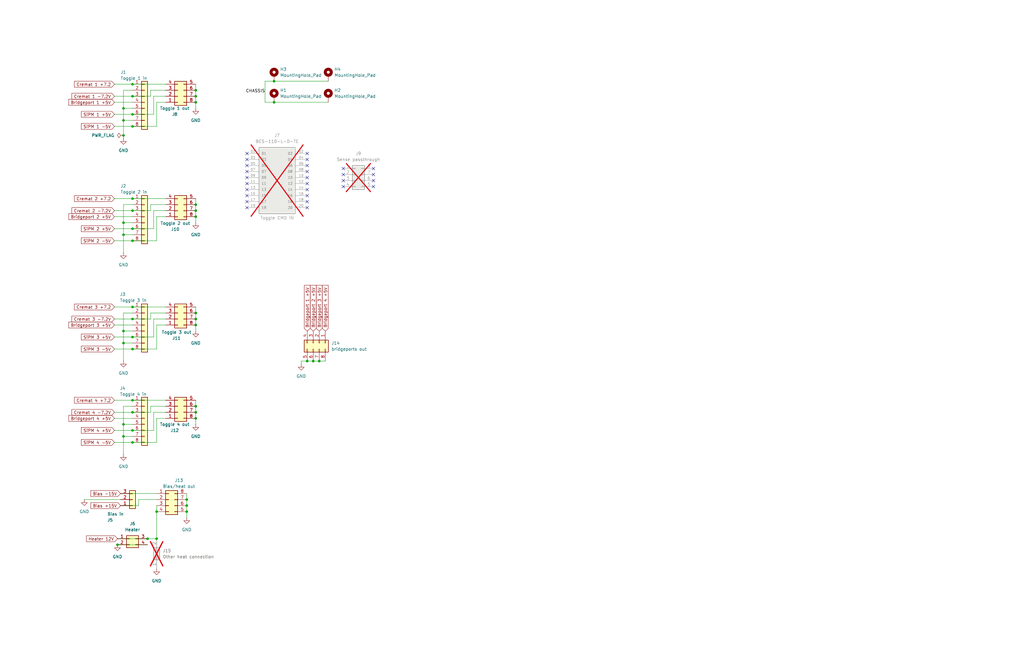
<source format=kicad_sch>
(kicad_sch (version 20250114) (generator "eeschema") (generator_version "9.0")
  (paper "USLedger")
  (lib_symbols
    (symbol "Connector_Generic:Conn_01x03" (pin_names (offset 1.016) (hide yes))
      (property "Reference" "J" (at 0 5.08 0))
      (property "Value" "Conn_01x03" (at 0 -5.08 0))
      (symbol "Conn_01x03_1_1"
        (rectangle (start -1.27 3.81) (end 1.27 -3.81) (stroke (width 0.254)) (fill (type background)))
        (rectangle (start -1.27 2.667) (end 0 2.413) (stroke (width 0.1524)))
        (rectangle (start -1.27 0.127) (end 0 -0.127) (stroke (width 0.1524)))
        (rectangle (start -1.27 -2.413) (end 0 -2.667) (stroke (width 0.1524)))
        (pin passive line (at -5.08 2.54 0) (length 3.81) (name "Pin_1") (number "1"))
        (pin passive line (at -5.08 0 0) (length 3.81) (name "Pin_2") (number "2"))
        (pin passive line (at -5.08 -2.54 0) (length 3.81) (name "Pin_3") (number "3"))
      )
    )
    (symbol "Connector_Generic:Conn_01x08" (pin_names (offset 1.016) (hide yes))
      (property "Reference" "J" (at 0 10.16 0))
      (property "Value" "Conn_01x08" (at 0 -12.7 0))
      (symbol "Conn_01x08_1_1"
        (rectangle (start -1.27 8.89) (end 1.27 -11.43) (stroke (width 0.254)) (fill (type background)))
        (rectangle (start -1.27 7.747) (end 0 7.493) (stroke (width 0.1524)))
        (rectangle (start -1.27 5.207) (end 0 4.953) (stroke (width 0.1524)))
        (rectangle (start -1.27 2.667) (end 0 2.413) (stroke (width 0.1524)))
        (rectangle (start -1.27 0.127) (end 0 -0.127) (stroke (width 0.1524)))
        (rectangle (start -1.27 -2.413) (end 0 -2.667) (stroke (width 0.1524)))
        (rectangle (start -1.27 -4.953) (end 0 -5.207) (stroke (width 0.1524)))
        (rectangle (start -1.27 -7.493) (end 0 -7.747) (stroke (width 0.1524)))
        (rectangle (start -1.27 -10.033) (end 0 -10.287) (stroke (width 0.1524)))
        (pin passive line (at -5.08 7.62 0) (length 3.81) (name "Pin_1") (number "1"))
        (pin passive line (at -5.08 5.08 0) (length 3.81) (name "Pin_2") (number "2"))
        (pin passive line (at -5.08 2.54 0) (length 3.81) (name "Pin_3") (number "3"))
        (pin passive line (at -5.08 0 0) (length 3.81) (name "Pin_4") (number "4"))
        (pin passive line (at -5.08 -2.54 0) (length 3.81) (name "Pin_5") (number "5"))
        (pin passive line (at -5.08 -5.08 0) (length 3.81) (name "Pin_6") (number "6"))
        (pin passive line (at -5.08 -7.62 0) (length 3.81) (name "Pin_7") (number "7"))
        (pin passive line (at -5.08 -10.16 0) (length 3.81) (name "Pin_8") (number "8"))
      )
    )
    (symbol "Connector_Generic:Conn_02x01" (pin_names (offset 1.016) (hide yes))
      (property "Reference" "J" (at 1.27 2.54 0))
      (property "Value" "Conn_02x01" (at 1.27 -2.54 0))
      (symbol "Conn_02x01_1_1"
        (rectangle (start -1.27 1.27) (end 3.81 -1.27) (stroke (width 0.254)) (fill (type background)))
        (rectangle (start -1.27 0.127) (end 0 -0.127) (stroke (width 0.1524)))
        (rectangle (start 3.81 0.127) (end 2.54 -0.127) (stroke (width 0.1524)))
        (pin passive line (at -5.08 0 0) (length 3.81) (name "Pin_1") (number "1"))
        (pin passive line (at 7.62 0 180) (length 3.81) (name "Pin_2") (number "2"))
      )
    )
    (symbol "Connector_Generic:Conn_02x02_Top_Bottom" (pin_names (offset 1.016) (hide yes))
      (property "Reference" "J" (at 1.27 2.54 0))
      (property "Value" "Conn_02x02_Top_Bottom" (at 1.27 -5.08 0))
      (symbol "Conn_02x02_Top_Bottom_1_1"
        (rectangle (start -1.27 1.27) (end 3.81 -3.81) (stroke (width 0.254)) (fill (type background)))
        (rectangle (start -1.27 0.127) (end 0 -0.127) (stroke (width 0.1524)))
        (rectangle (start -1.27 -2.413) (end 0 -2.667) (stroke (width 0.1524)))
        (rectangle (start 3.81 0.127) (end 2.54 -0.127) (stroke (width 0.1524)))
        (rectangle (start 3.81 -2.413) (end 2.54 -2.667) (stroke (width 0.1524)))
        (pin passive line (at -5.08 0 0) (length 3.81) (name "Pin_1") (number "1"))
        (pin passive line (at -5.08 -2.54 0) (length 3.81) (name "Pin_2") (number "2"))
        (pin passive line (at 7.62 0 180) (length 3.81) (name "Pin_3") (number "3"))
        (pin passive line (at 7.62 -2.54 180) (length 3.81) (name "Pin_4") (number "4"))
      )
    )
    (symbol "Connector_Generic:Conn_02x04_Counter_Clockwise" (pin_names (offset 1.016) (hide yes))
      (property "Reference" "J" (at 1.27 5.08 0))
      (property "Value" "Conn_02x04_Counter_Clockwise" (at 1.27 -7.62 0))
      (symbol "Conn_02x04_Counter_Clockwise_1_1"
        (rectangle (start -1.27 3.81) (end 3.81 -6.35) (stroke (width 0.254)) (fill (type background)))
        (rectangle (start -1.27 2.667) (end 0 2.413) (stroke (width 0.1524)))
        (rectangle (start -1.27 0.127) (end 0 -0.127) (stroke (width 0.1524)))
        (rectangle (start -1.27 -2.413) (end 0 -2.667) (stroke (width 0.1524)))
        (rectangle (start -1.27 -4.953) (end 0 -5.207) (stroke (width 0.1524)))
        (rectangle (start 3.81 2.667) (end 2.54 2.413) (stroke (width 0.1524)))
        (rectangle (start 3.81 0.127) (end 2.54 -0.127) (stroke (width 0.1524)))
        (rectangle (start 3.81 -2.413) (end 2.54 -2.667) (stroke (width 0.1524)))
        (rectangle (start 3.81 -4.953) (end 2.54 -5.207) (stroke (width 0.1524)))
        (pin passive line (at -5.08 2.54 0) (length 3.81) (name "Pin_1") (number "1"))
        (pin passive line (at -5.08 0 0) (length 3.81) (name "Pin_2") (number "2"))
        (pin passive line (at -5.08 -2.54 0) (length 3.81) (name "Pin_3") (number "3"))
        (pin passive line (at -5.08 -5.08 0) (length 3.81) (name "Pin_4") (number "4"))
        (pin passive line (at 7.62 2.54 180) (length 3.81) (name "Pin_8") (number "8"))
        (pin passive line (at 7.62 0 180) (length 3.81) (name "Pin_7") (number "7"))
        (pin passive line (at 7.62 -2.54 180) (length 3.81) (name "Pin_6") (number "6"))
        (pin passive line (at 7.62 -5.08 180) (length 3.81) (name "Pin_5") (number "5"))
      )
    )
    (symbol "IMPISH Toggles Library:BCS-110-L-D-TE" (pin_names (offset 1.016))
      (property "Reference" "J" (at -8.12 15.24 0))
      (property "Value" "BCS-110-L-D-TE" (at -7.62 -15.24 0))
      (symbol "BCS-110-L-D-TE_0_0"
        (rectangle (start -7.62 -12.7) (end 7.62 15.24) (stroke (width 0.254)) (fill (type background)))
        (pin passive line (at -12.7 12.7 0) (length 5.08) (name "01") (number "01"))
        (pin passive line (at -12.7 10.16 0) (length 5.08) (name "03") (number "03"))
        (pin passive line (at -12.7 7.62 0) (length 5.08) (name "05") (number "05"))
        (pin passive line (at -12.7 5.08 0) (length 5.08) (name "07") (number "07"))
        (pin passive line (at -12.7 2.54 0) (length 5.08) (name "09") (number "09"))
        (pin passive line (at -12.7 0 0) (length 5.08) (name "11") (number "11"))
        (pin passive line (at -12.7 -2.54 0) (length 5.08) (name "13") (number "13"))
        (pin passive line (at -12.7 -5.08 0) (length 5.08) (name "15") (number "15"))
        (pin passive line (at -12.7 -7.62 0) (length 5.08) (name "17") (number "17"))
        (pin passive line (at -12.7 -10.16 0) (length 5.08) (name "19") (number "19"))
        (pin passive line (at 12.7 12.7 180) (length 5.08) (name "02") (number "02"))
        (pin passive line (at 12.7 10.16 180) (length 5.08) (name "04") (number "04"))
        (pin passive line (at 12.7 7.62 180) (length 5.08) (name "06") (number "06"))
        (pin passive line (at 12.7 5.08 180) (length 5.08) (name "08") (number "08"))
        (pin passive line (at 12.7 2.54 180) (length 5.08) (name "10") (number "10"))
        (pin passive line (at 12.7 0 180) (length 5.08) (name "12") (number "12"))
        (pin passive line (at 12.7 -2.54 180) (length 5.08) (name "14") (number "14"))
        (pin passive line (at 12.7 -5.08 180) (length 5.08) (name "16") (number "16"))
        (pin passive line (at 12.7 -7.62 180) (length 5.08) (name "18") (number "18"))
        (pin passive line (at 12.7 -10.16 180) (length 5.08) (name "20") (number "20"))
      )
    )
    (symbol "MountingHole_Pad_1" (pin_numbers (hide yes)) (pin_names (offset 1.016) (hide yes)) (in_bom no)
      (property "Reference" "H1" (at 2.54 2.5401 0))
      (property "Value" "MountingHole_Pad" (at 2.54 0.0001 0))
      (symbol "MountingHole_Pad_1_0_1"
        (circle (center 0 1.27) (radius 1.27) (stroke (width 1.27)))
      )
      (symbol "MountingHole_Pad_1_1_1"
        (pin passive line (at 0 -2.54 90) (length 2.54) (name "1") (number "1"))
      )
    )
    (symbol "power:GND" (power) (pin_numbers (hide yes)) (pin_names (offset 0) (hide yes))
      (property "Value" "GND" (at 0 -3.81 0))
      (symbol "GND_0_1"
        (polyline (pts (xy 0 0) (xy 0 -1.27) (xy 1.27 -1.27) (xy 0 -2.54) (xy -1.27 -1.27) (xy 0 -1.27)))
      )
      (symbol "GND_1_1"
        (pin power_in line (at 0 0 270) (length 0) (name "~") (number "1"))
      )
    )
    (symbol "power:PWR_FLAG" (power) (pin_numbers (hide yes)) (pin_names (offset 0) (hide yes))
      (property "Value" "PWR_FLAG" (at 0 3.81 0))
      (symbol "PWR_FLAG_0_0"
        (pin power_out line (at 0 0 90) (length 0) (name "~") (number "1"))
      )
      (symbol "PWR_FLAG_0_1"
        (polyline (pts (xy 0 0) (xy 0 1.27) (xy -1.016 1.905) (xy 0 2.54) (xy 1.016 1.905) (xy 0 1.27)))
      )
    )
  )
  (junction (at 52.07 45.72))
  (junction (at 52.07 144.78))
  (junction (at 55.88 35.56))
  (junction (at 55.88 88.9))
  (junction (at 115.57 34.29))
  (junction (at 62.23 227.33))
  (junction (at 82.55 134.62))
  (junction (at 82.55 91.44))
  (junction (at 55.88 181.61))
  (junction (at 78.74 213.36))
  (junction (at 55.88 83.82))
  (junction (at 52.07 93.98))
  (junction (at 82.55 173.99))
  (junction (at 82.55 38.1))
  (junction (at 52.07 139.7))
  (junction (at 134.62 152.4))
  (junction (at 55.88 186.69))
  (junction (at 52.07 99.06))
  (junction (at 78.74 210.82))
  (junction (at 55.88 173.99))
  (junction (at 55.88 147.32))
  (junction (at 82.55 176.53))
  (junction (at 55.88 40.64))
  (junction (at 52.07 179.07))
  (junction (at 82.55 88.9))
  (junction (at 52.07 184.15))
  (junction (at 132.08 152.4))
  (junction (at 82.55 40.64))
  (junction (at 55.88 96.52))
  (junction (at 82.55 171.45))
  (junction (at 129.54 152.4))
  (junction (at 55.88 101.6))
  (junction (at 49.53 229.87))
  (junction (at 55.88 48.26))
  (junction (at 66.04 227.33))
  (junction (at 52.07 57.15))
  (junction (at 55.88 129.54))
  (junction (at 78.74 215.9))
  (junction (at 66.04 215.9))
  (junction (at 82.55 86.36))
  (junction (at 52.07 50.8))
  (junction (at 82.55 137.16))
  (junction (at 55.88 53.34))
  (junction (at 55.88 134.62))
  (junction (at 82.55 132.08))
  (junction (at 55.88 142.24))
  (junction (at 82.55 43.18))
  (junction (at 55.88 168.91))
  (junction (at 115.57 43.18))
  (no_connect (at 104.14 82.55))
  (no_connect (at 129.54 80.01))
  (no_connect (at 157.48 73.66))
  (no_connect (at 144.78 76.2))
  (no_connect (at 129.54 77.47))
  (no_connect (at 104.14 64.77))
  (no_connect (at 104.14 69.85))
  (no_connect (at 129.54 85.09))
  (no_connect (at 157.48 71.12))
  (no_connect (at 104.14 77.47))
  (no_connect (at 104.14 87.63))
  (no_connect (at 104.14 80.01))
  (no_connect (at 129.54 74.93))
  (no_connect (at 104.14 67.31))
  (no_connect (at 157.48 78.74))
  (no_connect (at 104.14 85.09))
  (no_connect (at 157.48 76.2))
  (no_connect (at 104.14 74.93))
  (no_connect (at 104.14 72.39))
  (no_connect (at 129.54 69.85))
  (no_connect (at 129.54 87.63))
  (no_connect (at 129.54 82.55))
  (no_connect (at 129.54 67.31))
  (no_connect (at 129.54 72.39))
  (no_connect (at 144.78 71.12))
  (no_connect (at 144.78 73.66))
  (no_connect (at 129.54 64.77))
  (no_connect (at 144.78 78.74))
  (wire (pts (xy 63.5 171.45) (xy 69.85 171.45)))
  (wire (pts (xy 58.42 213.36) (xy 58.42 210.82)))
  (wire (pts (xy 82.55 129.54) (xy 82.55 132.08)))
  (wire (pts (xy 52.07 38.1) (xy 52.07 45.72)))
  (wire (pts (xy 82.55 173.99) (xy 82.55 176.53)))
  (wire (pts (xy 82.55 88.9) (xy 82.55 91.44)))
  (wire (pts (xy 52.07 139.7) (xy 52.07 144.78)))
  (wire (pts (xy 111.76 43.18) (xy 115.57 43.18)))
  (wire (pts (xy 64.77 173.99) (xy 69.85 173.99)))
  (wire (pts (xy 48.26 129.54) (xy 55.88 129.54)))
  (wire (pts (xy 66.04 227.33) (xy 66.04 215.9)))
  (wire (pts (xy 55.88 48.26) (xy 64.77 48.26)))
  (wire (pts (xy 64.77 88.9) (xy 69.85 88.9)))
  (wire (pts (xy 55.88 186.69) (xy 66.04 186.69)))
  (wire (pts (xy 82.55 86.36) (xy 82.55 88.9)))
  (wire (pts (xy 48.26 186.69) (xy 55.88 186.69)))
  (wire (pts (xy 55.88 101.6) (xy 66.04 101.6)))
  (wire (pts (xy 134.62 152.4) (xy 132.08 152.4)))
  (wire (pts (xy 55.88 173.99) (xy 48.26 173.99)))
  (wire (pts (xy 52.07 38.1) (xy 55.88 38.1)))
  (wire (pts (xy 52.07 139.7) (xy 55.88 139.7)))
  (wire (pts (xy 127 152.4) (xy 127 153.67)))
  (wire (pts (xy 63.5 132.08) (xy 69.85 132.08)))
  (wire (pts (xy 62.23 227.33) (xy 66.04 227.33)))
  (wire (pts (xy 111.76 43.18) (xy 111.76 34.29)))
  (wire (pts (xy 52.07 99.06) (xy 52.07 106.68)))
  (wire (pts (xy 48.26 53.34) (xy 55.88 53.34)))
  (wire (pts (xy 132.08 152.4) (xy 129.54 152.4)))
  (wire (pts (xy 48.26 43.18) (xy 55.88 43.18)))
  (wire (pts (xy 82.55 38.1) (xy 82.55 40.64)))
  (wire (pts (xy 48.26 134.62) (xy 55.88 134.62)))
  (wire (pts (xy 52.07 45.72) (xy 55.88 45.72)))
  (wire (pts (xy 82.55 40.64) (xy 82.55 43.18)))
  (wire (pts (xy 52.07 99.06) (xy 55.88 99.06)))
  (wire (pts (xy 66.04 215.9) (xy 66.04 213.36)))
  (wire (pts (xy 82.55 35.56) (xy 82.55 38.1)))
  (wire (pts (xy 78.74 210.82) (xy 78.74 213.36)))
  (wire (pts (xy 55.88 40.64) (xy 63.5 40.64)))
  (wire (pts (xy 66.04 137.16) (xy 66.04 147.32)))
  (wire (pts (xy 64.77 134.62) (xy 69.85 134.62)))
  (wire (pts (xy 52.07 93.98) (xy 52.07 99.06)))
  (wire (pts (xy 78.74 208.28) (xy 78.74 210.82)))
  (wire (pts (xy 52.07 171.45) (xy 52.07 179.07)))
  (wire (pts (xy 50.8 213.36) (xy 58.42 213.36)))
  (wire (pts (xy 50.8 210.82) (xy 35.56 210.82)))
  (wire (pts (xy 55.88 129.54) (xy 69.85 129.54)))
  (wire (pts (xy 66.04 91.44) (xy 66.04 101.6)))
  (wire (pts (xy 66.04 176.53) (xy 66.04 186.69)))
  (wire (pts (xy 52.07 144.78) (xy 55.88 144.78)))
  (wire (pts (xy 48.26 35.56) (xy 55.88 35.56)))
  (wire (pts (xy 137.16 152.4) (xy 134.62 152.4)))
  (wire (pts (xy 64.77 96.52) (xy 64.77 88.9)))
  (wire (pts (xy 82.55 132.08) (xy 82.55 134.62)))
  (wire (pts (xy 52.07 86.36) (xy 55.88 86.36)))
  (wire (pts (xy 48.26 96.52) (xy 55.88 96.52)))
  (wire (pts (xy 55.88 88.9) (xy 63.5 88.9)))
  (wire (pts (xy 49.53 227.33) (xy 62.23 227.33)))
  (wire (pts (xy 52.07 132.08) (xy 52.07 139.7)))
  (wire (pts (xy 66.04 176.53) (xy 69.85 176.53)))
  (wire (pts (xy 55.88 181.61) (xy 64.77 181.61)))
  (wire (pts (xy 66.04 43.18) (xy 66.04 53.34)))
  (wire (pts (xy 52.07 184.15) (xy 52.07 191.77)))
  (wire (pts (xy 48.26 101.6) (xy 55.88 101.6)))
  (wire (pts (xy 115.57 34.29) (xy 138.43 34.29)))
  (wire (pts (xy 64.77 40.64) (xy 69.85 40.64)))
  (wire (pts (xy 82.55 171.45) (xy 82.55 173.99)))
  (wire (pts (xy 55.88 96.52) (xy 64.77 96.52)))
  (wire (pts (xy 63.5 132.08) (xy 63.5 134.62)))
  (wire (pts (xy 115.57 43.18) (xy 138.43 43.18)))
  (wire (pts (xy 82.55 137.16) (xy 82.55 139.7)))
  (wire (pts (xy 48.26 40.64) (xy 55.88 40.64)))
  (wire (pts (xy 55.88 134.62) (xy 63.5 134.62)))
  (wire (pts (xy 129.54 152.4) (xy 127 152.4)))
  (wire (pts (xy 82.55 168.91) (xy 82.55 171.45)))
  (wire (pts (xy 48.26 83.82) (xy 55.88 83.82)))
  (wire (pts (xy 82.55 91.44) (xy 82.55 93.98)))
  (wire (pts (xy 63.5 38.1) (xy 69.85 38.1)))
  (wire (pts (xy 48.26 142.24) (xy 55.88 142.24)))
  (wire (pts (xy 55.88 142.24) (xy 64.77 142.24)))
  (wire (pts (xy 55.88 35.56) (xy 69.85 35.56)))
  (wire (pts (xy 48.26 48.26) (xy 55.88 48.26)))
  (wire (pts (xy 52.07 132.08) (xy 55.88 132.08)))
  (wire (pts (xy 55.88 147.32) (xy 66.04 147.32)))
  (wire (pts (xy 52.07 144.78) (xy 52.07 152.4)))
  (wire (pts (xy 64.77 48.26) (xy 64.77 40.64)))
  (wire (pts (xy 63.5 38.1) (xy 63.5 40.64)))
  (wire (pts (xy 48.26 88.9) (xy 55.88 88.9)))
  (wire (pts (xy 48.26 147.32) (xy 55.88 147.32)))
  (wire (pts (xy 78.74 215.9) (xy 78.74 218.44)))
  (wire (pts (xy 52.07 179.07) (xy 52.07 184.15)))
  (wire (pts (xy 63.5 171.45) (xy 63.5 173.99)))
  (wire (pts (xy 55.88 184.15) (xy 52.07 184.15)))
  (wire (pts (xy 55.88 53.34) (xy 66.04 53.34)))
  (wire (pts (xy 66.04 91.44) (xy 69.85 91.44)))
  (wire (pts (xy 78.74 213.36) (xy 78.74 215.9)))
  (wire (pts (xy 52.07 50.8) (xy 55.88 50.8)))
  (wire (pts (xy 82.55 176.53) (xy 82.55 179.07)))
  (wire (pts (xy 55.88 171.45) (xy 52.07 171.45)))
  (wire (pts (xy 55.88 83.82) (xy 69.85 83.82)))
  (wire (pts (xy 52.07 45.72) (xy 52.07 50.8)))
  (wire (pts (xy 82.55 134.62) (xy 82.55 137.16)))
  (wire (pts (xy 50.8 208.28) (xy 66.04 208.28)))
  (wire (pts (xy 52.07 86.36) (xy 52.07 93.98)))
  (wire (pts (xy 48.26 137.16) (xy 55.88 137.16)))
  (wire (pts (xy 52.07 179.07) (xy 55.88 179.07)))
  (wire (pts (xy 63.5 86.36) (xy 69.85 86.36)))
  (wire (pts (xy 64.77 181.61) (xy 64.77 173.99)))
  (wire (pts (xy 49.53 229.87) (xy 62.23 229.87)))
  (wire (pts (xy 63.5 86.36) (xy 63.5 88.9)))
  (wire (pts (xy 48.26 181.61) (xy 55.88 181.61)))
  (wire (pts (xy 82.55 83.82) (xy 82.55 86.36)))
  (wire (pts (xy 58.42 210.82) (xy 66.04 210.82)))
  (wire (pts (xy 52.07 50.8) (xy 52.07 57.15)))
  (wire (pts (xy 64.77 142.24) (xy 64.77 134.62)))
  (wire (pts (xy 66.04 43.18) (xy 69.85 43.18)))
  (wire (pts (xy 48.26 91.44) (xy 55.88 91.44)))
  (wire (pts (xy 55.88 168.91) (xy 48.26 168.91)))
  (wire (pts (xy 55.88 168.91) (xy 69.85 168.91)))
  (wire (pts (xy 55.88 173.99) (xy 63.5 173.99)))
  (wire (pts (xy 66.04 137.16) (xy 69.85 137.16)))
  (wire (pts (xy 111.76 34.29) (xy 115.57 34.29)))
  (wire (pts (xy 82.55 43.18) (xy 82.55 45.72)))
  (wire (pts (xy 52.07 93.98) (xy 55.88 93.98)))
  (wire (pts (xy 52.07 57.15) (xy 52.07 58.42)))
  (wire (pts (xy 48.26 176.53) (xy 55.88 176.53)))
  (label "CHASSIS" (at 111.76 39.37 180))
  (global_label "Cremat 2 -7.2V" (shape input) (at 48.26 88.9 180) (property "Intersheetrefs" "${INTERSHEET_REFS}" (effects (hide yes))))
  (global_label "Cremat 3 +7.2" (shape input) (at 48.26 129.54 180) (property "Intersheetrefs" "${INTERSHEET_REFS}" (effects (hide yes))))
  (global_label "Heater 12V" (shape input) (at 49.53 227.33 180) (property "Intersheetrefs" "${INTERSHEET_REFS}" (effects (hide yes))))
  (global_label "Cremat 1 +7.2" (shape input) (at 48.26 35.56 180) (property "Intersheetrefs" "${INTERSHEET_REFS}" (effects (hide yes))))
  (global_label "Bridgeport 1 +5V" (shape input) (at 129.54 139.7 90) (property "Intersheetrefs" "${INTERSHEET_REFS}" (effects (hide yes))))
  (global_label "Bridgeport 2 +5V" (shape input) (at 48.26 91.44 180) (property "Intersheetrefs" "${INTERSHEET_REFS}" (effects (hide yes))))
  (global_label "Bridgeport 2 +5V" (shape input) (at 132.08 139.7 90) (property "Intersheetrefs" "${INTERSHEET_REFS}" (effects (hide yes))))
  (global_label "Cremat 1 -7.2V" (shape input) (at 48.26 40.64 180) (property "Intersheetrefs" "${INTERSHEET_REFS}" (effects (hide yes))))
  (global_label "SiPM 4 +5V" (shape input) (at 48.26 181.61 180) (property "Intersheetrefs" "SiPM +5V" (effects (hide yes))))
  (global_label "Bridgeport 4 +5V" (shape input) (at 137.16 139.7 90) (property "Intersheetrefs" "${INTERSHEET_REFS}" (effects (hide yes))))
  (global_label "SiPM 1 +5V" (shape input) (at 48.26 48.26 180) (property "Intersheetrefs" "SiPM +5V" (effects (hide yes))))
  (global_label "Bias +15V" (shape input) (at 50.8 213.36 180) (property "Intersheetrefs" "${INTERSHEET_REFS}" (effects (hide yes))))
  (global_label "SiPM 2 -5V" (shape input) (at 48.26 101.6 180) (property "Intersheetrefs" "${INTERSHEET_REFS}" (effects (hide yes))))
  (global_label "Bridgeport 4 +5V" (shape input) (at 48.26 176.53 180) (property "Intersheetrefs" "${INTERSHEET_REFS}" (effects (hide yes))))
  (global_label "Bridgeport 3 +5V" (shape input) (at 134.62 139.7 90) (property "Intersheetrefs" "${INTERSHEET_REFS}" (effects (hide yes))))
  (global_label "SiPM 4 -5V" (shape input) (at 48.26 186.69 180) (property "Intersheetrefs" "${INTERSHEET_REFS}" (effects (hide yes))))
  (global_label "SiPM 3 -5V" (shape input) (at 48.26 147.32 180) (property "Intersheetrefs" "${INTERSHEET_REFS}" (effects (hide yes))))
  (global_label "SiPM 3 +5V" (shape input) (at 48.26 142.24 180) (property "Intersheetrefs" "SiPM +5V" (effects (hide yes))))
  (global_label "Bridgeport 1 +5V" (shape input) (at 48.26 43.18 180) (property "Intersheetrefs" "${INTERSHEET_REFS}" (effects (hide yes))))
  (global_label "SiPM 1 -5V" (shape input) (at 48.26 53.34 180) (property "Intersheetrefs" "${INTERSHEET_REFS}" (effects (hide yes))))
  (global_label "Cremat 2 +7.2" (shape input) (at 48.26 83.82 180) (property "Intersheetrefs" "${INTERSHEET_REFS}" (effects (hide yes))))
  (global_label "SiPM 2 +5V" (shape input) (at 48.26 96.52 180) (property "Intersheetrefs" "SiPM +5V" (effects (hide yes))))
  (global_label "Bias -15V" (shape input) (at 50.8 208.28 180) (property "Intersheetrefs" "${INTERSHEET_REFS}" (effects (hide yes))))
  (global_label "Cremat 4 +7.2" (shape input) (at 48.26 168.91 180) (property "Intersheetrefs" "${INTERSHEET_REFS}" (effects (hide yes))))
  (global_label "Cremat 4 -7.2V" (shape input) (at 48.26 173.99 180) (property "Intersheetrefs" "${INTERSHEET_REFS}" (effects (hide yes))))
  (global_label "Cremat 3 -7.2V" (shape input) (at 48.26 134.62 180) (property "Intersheetrefs" "${INTERSHEET_REFS}" (effects (hide yes))))
  (global_label "Bridgeport 3 +5V" (shape input) (at 48.26 137.16 180) (property "Intersheetrefs" "${INTERSHEET_REFS}" (effects (hide yes))))
  (symbol (lib_name "MountingHole_Pad_1") (lib_id "Mechanical:MountingHole_Pad") (at 115.57 31.75 0) (unit 1) (in_bom no)
    (property "Reference" "H3" (at 118.11 29.2099 0) (effects (justify left)))
    (property "Value" "MountingHole_Pad" (at 118.11 31.7499 0) (effects (justify left)))
    (property "Footprint" "MountingHole:MountingHole_3.2mm_M3_Pad" (effects (hide yes)))
    (property "Description" "Mounting Hole with connection" (effects (hide yes)))
  )
  (symbol (lib_id "Connector_Generic:Conn_01x08") (at 60.96 137.16 0) (unit 1)
    (property "Reference" "J3" (at 50.546 124.206 0) (effects (justify left)))
    (property "Value" "Toggle 3 in" (at 50.546 126.746 0) (effects (justify left)))
    (property "Footprint" "Connector_PinHeader_2.54mm:PinHeader_1x08_P2.54mm_Vertical" (effects (hide yes)))
    (property "Description" "Generic connector, single row, 01x08, script generated (kicad-library-utils/schlib/autogen/connector/)" (effects (hide yes)))
  )
  (symbol (lib_id "Connector_Generic:Conn_02x04_Counter_Clockwise") (at 134.62 144.78 270) (unit 1)
    (property "Reference" "J14" (at 139.7 144.7799 90) (effects (justify left)))
    (property "Value" "bridgeports out" (at 139.7 147.3199 90) (effects (justify left)))
    (property "Footprint" "Library:HARWIN_M80-5L10842MC" (effects (hide yes)))
    (property "Description" "Generic connector, double row, 02x04, counter clockwise pin numbering scheme (similar to DIP package numbering), script generated (kicad-library-utils/schlib/autogen/connector/)" (effects (hide yes)))
  )
  (symbol (lib_id "Connector_Generic:Conn_02x04_Counter_Clockwise") (at 74.93 40.64 0) (mirror x) (unit 1)
    (property "Reference" "J8" (at 73.66 48.26 0))
    (property "Value" "Toggle 1 out" (at 73.66 45.72 0))
    (property "Footprint" "Library:HARWIN_M80-5L10842MC" (effects (hide yes)))
    (property "Description" "Generic connector, double row, 02x04, counter clockwise pin numbering scheme (similar to DIP package numbering), script generated (kicad-library-utils/schlib/autogen/connector/)" (effects (hide yes)))
  )
  (symbol (lib_id "power:GND") (at 52.07 191.77 0) (mirror y) (unit 1)
    (property "Reference" "#PWR04" (effects (hide yes)))
    (property "Value" "GND" (at 52.07 196.85 0))
    (property "Description" "Power symbol creates a global label with name \"GND\" , ground" (effects (hide yes)))
  )
  (symbol (lib_id "Connector_Generic:Conn_02x04_Counter_Clockwise") (at 74.93 88.9 0) (mirror x) (unit 1)
    (property "Reference" "J10" (at 73.914 96.774 0))
    (property "Value" "Toggle 2 out" (at 73.914 94.234 0))
    (property "Footprint" "Library:HARWIN_M80-5L10842MC" (effects (hide yes)))
    (property "Description" "Generic connector, double row, 02x04, counter clockwise pin numbering scheme (similar to DIP package numbering), script generated (kicad-library-utils/schlib/autogen/connector/)" (effects (hide yes)))
  )
  (symbol (lib_id "Connector_Generic:Conn_01x08") (at 60.96 176.53 0) (unit 1)
    (property "Reference" "J4" (at 50.546 163.83 0) (effects (justify left)))
    (property "Value" "Toggle 4 in" (at 50.546 166.37 0) (effects (justify left)))
    (property "Footprint" "Connector_PinHeader_2.54mm:PinHeader_1x08_P2.54mm_Vertical" (effects (hide yes)))
    (property "Description" "Generic connector, single row, 01x08, script generated (kicad-library-utils/schlib/autogen/connector/)" (effects (hide yes)))
  )
  (symbol (lib_id "power:GND") (at 66.04 240.03 0) (unit 1)
    (property "Reference" "#PWR013" (effects (hide yes)))
    (property "Value" "GND" (at 66.04 245.11 0))
    (property "Description" "Power symbol creates a global label with name \"GND\" , ground" (effects (hide yes)))
  )
  (symbol (lib_id "Connector_Generic:Conn_02x04_Counter_Clockwise") (at 74.93 134.62 0) (mirror x) (unit 1)
    (property "Reference" "J11" (at 74.422 142.748 0))
    (property "Value" "Toggle 3 out" (at 74.422 140.208 0))
    (property "Footprint" "Library:HARWIN_M80-5L10842MC" (effects (hide yes)))
    (property "Description" "Generic connector, double row, 02x04, counter clockwise pin numbering scheme (similar to DIP package numbering), script generated (kicad-library-utils/schlib/autogen/connector/)" (effects (hide yes)))
  )
  (symbol (lib_id "IMPISH Toggles Library:BCS-110-L-D-TE") (at 116.84 77.47 0) (unit 1) (dnp yes)
    (property "Reference" "J7" (at 116.84 57.15 0))
    (property "Value" "BCS-110-L-D-TE" (at 116.84 59.69 0))
    (property "Footprint" "IMPISH Toggles Library:SAMTEC_BCS-110-L-D-TE" (effects (hide yes)))
    (property "Description" "Toggle CMD IN" (at 116.84 91.948 0))
    (property "PARTREV" "R" (effects (hide yes)))
    (property "MANUFACTURER" "Samtec" (effects (hide yes)))
    (property "STANDARD" "Manufacturer Recommendations" (effects (hide yes)))
  )
  (symbol (lib_id "Connector_Generic:Conn_02x04_Counter_Clockwise") (at 149.86 73.66 0) (unit 1) (dnp yes)
    (property "Reference" "J9" (at 151.13 64.77 0))
    (property "Value" "Sense passthrough" (at 151.13 67.31 0))
    (property "Footprint" "Connector_PinHeader_2.54mm:PinHeader_2x04_P2.54mm_Vertical" (effects (hide yes)))
    (property "Description" "Generic connector, double row, 02x04, counter clockwise pin numbering scheme (similar to DIP package numbering), script generated (kicad-library-utils/schlib/autogen/connector/)" (effects (hide yes)))
  )
  (symbol (lib_id "Connector_Generic:Conn_01x08") (at 60.96 43.18 0) (unit 1)
    (property "Reference" "J1" (at 50.8 30.48 0) (effects (justify left)))
    (property "Value" "Toggle 1 in" (at 50.8 33.02 0) (effects (justify left)))
    (property "Footprint" "Connector_PinHeader_2.54mm:PinHeader_1x08_P2.54mm_Vertical" (effects (hide yes)))
    (property "Description" "Generic connector, single row, 01x08, script generated (kicad-library-utils/schlib/autogen/connector/)" (effects (hide yes)))
  )
  (symbol (lib_name "MountingHole_Pad_1") (lib_id "Mechanical:MountingHole_Pad") (at 138.43 40.64 0) (unit 1) (in_bom no)
    (property "Reference" "H2" (at 140.97 38.0999 0) (effects (justify left)))
    (property "Value" "MountingHole_Pad" (at 140.97 40.6399 0) (effects (justify left)))
    (property "Footprint" "MountingHole:MountingHole_3.2mm_M3_Pad" (effects (hide yes)))
    (property "Description" "Mounting Hole with connection" (effects (hide yes)))
  )
  (symbol (lib_id "Connector_Generic:Conn_01x08") (at 60.96 91.44 0) (unit 1)
    (property "Reference" "J2" (at 50.8 78.486 0) (effects (justify left)))
    (property "Value" "Toggle 2 in" (at 50.8 81.026 0) (effects (justify left)))
    (property "Footprint" "Connector_PinHeader_2.54mm:PinHeader_1x08_P2.54mm_Vertical" (effects (hide yes)))
    (property "Description" "Generic connector, single row, 01x08, script generated (kicad-library-utils/schlib/autogen/connector/)" (effects (hide yes)))
  )
  (symbol (lib_id "Connector_Generic:Conn_02x04_Counter_Clockwise") (at 74.93 173.99 0) (mirror x) (unit 1)
    (property "Reference" "J12" (at 73.66 181.61 0))
    (property "Value" "Toggle 4 out" (at 73.66 179.07 0))
    (property "Footprint" "Library:HARWIN_M80-5L10842MC" (effects (hide yes)))
    (property "Description" "Generic connector, double row, 02x04, counter clockwise pin numbering scheme (similar to DIP package numbering), script generated (kicad-library-utils/schlib/autogen/connector/)" (effects (hide yes)))
  )
  (symbol (lib_id "Connector_Generic:Conn_02x02_Top_Bottom") (at 54.61 227.33 0) (unit 1)
    (property "Reference" "J6" (at 55.88 220.98 0))
    (property "Value" "Heater" (at 55.88 223.52 0))
    (property "Footprint" "Connector_PinHeader_2.54mm:PinHeader_2x02_P2.54mm_Vertical" (effects (hide yes)))
    (property "Description" "Generic connector, double row, 02x02, top/bottom pin numbering scheme (row 1: 1...pins_per_row, row2: pins_per_row+1 ... num_pins), script generated (kicad-library-utils/schlib/autogen/connector/)" (effects (hide yes)))
  )
  (symbol (lib_id "power:GND") (at 52.07 106.68 0) (unit 1)
    (property "Reference" "#PWR02" (effects (hide yes)))
    (property "Value" "GND" (at 52.07 111.76 0))
    (property "Description" "Power symbol creates a global label with name \"GND\" , ground" (effects (hide yes)))
  )
  (symbol (lib_id "Connector_Generic:Conn_02x04_Counter_Clockwise") (at 71.12 210.82 0) (unit 1)
    (property "Reference" "J13" (at 75.438 202.692 0))
    (property "Value" "Bias/heat out" (at 75.438 205.232 0))
    (property "Footprint" "Library:HARWIN_M80-5L10842MC" (effects (hide yes)))
    (property "Description" "Generic connector, double row, 02x04, counter clockwise pin numbering scheme (similar to DIP package numbering), script generated (kicad-library-utils/schlib/autogen/connector/)" (effects (hide yes)))
  )
  (symbol (lib_id "Connector_Generic:Conn_01x03") (at 55.88 210.82 0) (mirror x) (unit 1)
    (property "Reference" "J5" (at 45.212 219.456 0) (effects (justify left)))
    (property "Value" "Bias in" (at 45.212 216.916 0) (effects (justify left)))
    (property "Footprint" "Connector_PinHeader_2.54mm:PinHeader_1x03_P2.54mm_Vertical" (effects (hide yes)))
    (property "Description" "Generic connector, single row, 01x03, script generated (kicad-library-utils/schlib/autogen/connector/)" (effects (hide yes)))
  )
  (symbol (lib_id "power:GND") (at 78.74 218.44 0) (unit 1)
    (property "Reference" "#PWR012" (effects (hide yes)))
    (property "Value" "GND" (at 78.74 223.52 0))
    (property "Description" "Power symbol creates a global label with name \"GND\" , ground" (effects (hide yes)))
  )
  (symbol (lib_id "power:GND") (at 82.55 139.7 0) (unit 1)
    (property "Reference" "#PWR09" (effects (hide yes)))
    (property "Value" "GND" (at 82.55 144.78 0))
    (property "Description" "Power symbol creates a global label with name \"GND\" , ground" (effects (hide yes)))
  )
  (symbol (lib_id "power:GND") (at 35.56 210.82 0) (unit 1)
    (property "Reference" "#PWR06" (effects (hide yes)))
    (property "Value" "GND" (at 35.56 215.9 0))
    (property "Description" "Power symbol creates a global label with name \"GND\" , ground" (effects (hide yes)))
  )
  (symbol (lib_id "power:GND") (at 52.07 58.42 0) (unit 1)
    (property "Reference" "#PWR01" (effects (hide yes)))
    (property "Value" "GND" (at 52.07 63.5 0))
    (property "Description" "Power symbol creates a global label with name \"GND\" , ground" (effects (hide yes)))
  )
  (symbol (lib_id "power:PWR_FLAG") (at 52.07 57.15 90) (unit 1)
    (property "Reference" "#FLG01" (effects (hide yes)))
    (property "Value" "PWR_FLAG" (at 48.26 57.1499 90) (effects (justify left)))
    (property "Description" "Special symbol for telling ERC where power comes from" (effects (hide yes)))
  )
  (symbol (lib_name "MountingHole_Pad_1") (lib_id "Mechanical:MountingHole_Pad") (at 138.43 31.75 0) (unit 1) (in_bom no)
    (property "Reference" "H4" (at 140.97 29.2099 0) (effects (justify left)))
    (property "Value" "MountingHole_Pad" (at 140.97 31.7499 0) (effects (justify left)))
    (property "Footprint" "MountingHole:MountingHole_3.2mm_M3_Pad" (effects (hide yes)))
    (property "Description" "Mounting Hole with connection" (effects (hide yes)))
  )
  (symbol (lib_id "power:GND") (at 49.53 229.87 0) (unit 1)
    (property "Reference" "#PWR05" (effects (hide yes)))
    (property "Value" "GND" (at 49.53 234.95 0))
    (property "Description" "Power symbol creates a global label with name \"GND\" , ground" (effects (hide yes)))
  )
  (symbol (lib_id "power:GND") (at 82.55 93.98 0) (unit 1)
    (property "Reference" "#PWR08" (effects (hide yes)))
    (property "Value" "GND" (at 82.55 99.06 0))
    (property "Description" "Power symbol creates a global label with name \"GND\" , ground" (effects (hide yes)))
  )
  (symbol (lib_id "Connector_Generic:Conn_02x01") (at 66.04 234.95 90) (unit 1) (dnp yes)
    (property "Reference" "J15" (at 68.58 232.4099 90) (effects (justify right)))
    (property "Value" "Other heat connection" (at 68.58 234.9499 90) (effects (justify right)))
    (property "Footprint" "Connector_PinHeader_2.54mm:PinHeader_2x01_P2.54mm_Vertical" (effects (hide yes)))
    (property "Description" "Generic connector, double row, 02x01, this symbol is compatible with counter-clockwise, top-bottom and odd-even numbering schemes., script generated (kicad-library-utils/schlib/autogen/connector/)" (effects (hide yes)))
  )
  (symbol (lib_id "power:GND") (at 127 153.67 0) (unit 1)
    (property "Reference" "#PWR011" (effects (hide yes)))
    (property "Value" "GND" (at 127 158.75 0))
    (property "Description" "Power symbol creates a global label with name \"GND\" , ground" (effects (hide yes)))
  )
  (symbol (lib_id "power:GND") (at 82.55 45.72 0) (unit 1)
    (property "Reference" "#PWR07" (effects (hide yes)))
    (property "Value" "GND" (at 82.55 50.8 0))
    (property "Description" "Power symbol creates a global label with name \"GND\" , ground" (effects (hide yes)))
  )
  (symbol (lib_id "power:GND") (at 82.55 179.07 0) (unit 1)
    (property "Reference" "#PWR010" (effects (hide yes)))
    (property "Value" "GND" (at 82.55 184.15 0))
    (property "Description" "Power symbol creates a global label with name \"GND\" , ground" (effects (hide yes)))
  )
  (symbol (lib_name "MountingHole_Pad_1") (lib_id "Mechanical:MountingHole_Pad") (at 115.57 40.64 0) (unit 1) (in_bom no)
    (property "Reference" "H1" (at 118.11 38.0999 0) (effects (justify left)))
    (property "Value" "MountingHole_Pad" (at 118.11 40.6399 0) (effects (justify left)))
    (property "Footprint" "MountingHole:MountingHole_3.2mm_M3_Pad" (effects (hide yes)))
    (property "Description" "Mounting Hole with connection" (effects (hide yes)))
  )
  (symbol (lib_id "power:GND") (at 52.07 152.4 0) (unit 1)
    (property "Reference" "#PWR03" (effects (hide yes)))
    (property "Value" "GND" (at 52.07 157.48 0))
    (property "Description" "Power symbol creates a global label with name \"GND\" , ground" (effects (hide yes)))
  )
)
</source>
